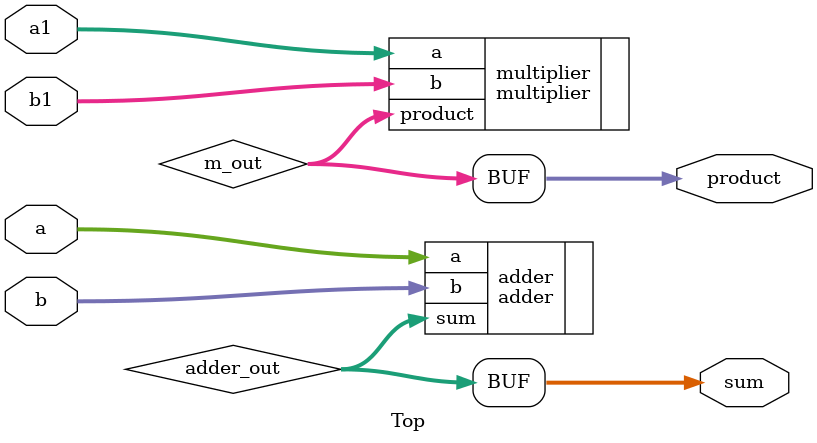
<source format=v>
module Top(input [7:0] a, b, a1, b1 ,output [7:0] sum, output [15:0] product);
    wire [7:0] adder_out;
    wire [15:0] m_out;
    adder adder(.a(a), .b(b), .sum(adder_out));
    multiplier multiplier (.a(a1), .b(b1), .product(m_out));
    assign sum = adder_out;
    assign product = m_out;
endmodule

</source>
